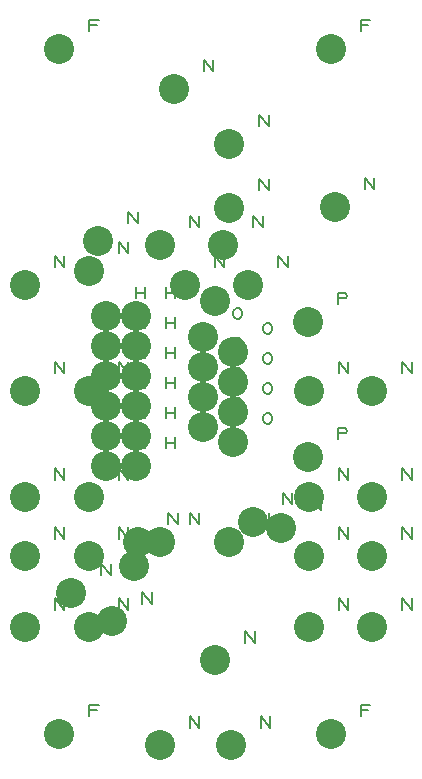
<source format=gbr>
G04 DesignSpark PCB PRO Gerber Version 10.0 Build 5299*
G04 #@! TF.Part,Single*
G04 #@! TF.FileFunction,Drillmap*
G04 #@! TF.FilePolarity,Positive*
%FSLAX36Y36*%
%MOIN*%
%ADD17C,0.00500*%
G04 #@! TA.AperFunction,ViaPad*
%ADD16C,0.10000*%
G04 #@! TD.AperFunction*
X0Y0D02*
D02*
D16*
X165354Y594488D03*
Y830709D03*
Y1027559D03*
Y1381890D03*
Y1736220D03*
X279528Y240157D03*
Y2523622D03*
X318898Y708661D03*
X377953Y594488D03*
Y830709D03*
Y1027559D03*
Y1381890D03*
Y1783465D03*
X409449Y1881890D03*
X435433Y1131890D03*
Y1231890D03*
Y1331890D03*
Y1431890D03*
Y1531890D03*
Y1631890D03*
X456693Y614173D03*
X527559Y799213D03*
X535433Y1131890D03*
Y1231890D03*
Y1331890D03*
Y1431890D03*
Y1531890D03*
Y1631890D03*
X543307Y877953D03*
X614173Y200787D03*
Y877953D03*
Y1870079D03*
X661417Y2389764D03*
X696850Y1736220D03*
X758268Y1262598D03*
Y1362598D03*
Y1462598D03*
Y1562598D03*
X799213Y484252D03*
Y1681102D03*
X826772Y1870079D03*
X846457Y877953D03*
Y1992126D03*
Y2204724D03*
X850394Y200787D03*
X858268Y1212598D03*
Y1312598D03*
Y1412598D03*
Y1512598D03*
X909449Y1736220D03*
X925197Y944882D03*
X1019685Y925197D03*
X1108268Y1162559D03*
Y1612638D03*
X1110236Y594488D03*
Y830709D03*
Y1027559D03*
Y1381890D03*
X1185039Y240157D03*
Y2523622D03*
X1196850Y1996063D03*
X1322835Y594488D03*
Y830709D03*
Y1027559D03*
Y1381890D03*
D02*
D17*
X265354Y653862D02*
Y691362D01*
X296606Y653862D01*
Y691362D01*
X265354Y890083D02*
Y927583D01*
X296606Y890083D01*
Y927583D01*
X265354Y1086933D02*
Y1124433D01*
X296606Y1086933D01*
Y1124433D01*
X265354Y1441264D02*
Y1478764D01*
X296606Y1441264D01*
Y1478764D01*
X265354Y1795594D02*
Y1833094D01*
X296606Y1795594D01*
Y1833094D01*
X379528Y299531D02*
Y337031D01*
X410780D01*
X404528Y318283D02*
X379528D01*
Y2582996D02*
Y2620496D01*
X410780D01*
X404528Y2601748D02*
X379528D01*
X418898Y768035D02*
Y805535D01*
X450150Y768035D01*
Y805535D01*
X477953Y653862D02*
Y691362D01*
X509205Y653862D01*
Y691362D01*
X477953Y890083D02*
Y927583D01*
X509205Y890083D01*
Y927583D01*
X477953Y1086933D02*
Y1124433D01*
X509205Y1086933D01*
Y1124433D01*
X477953Y1441264D02*
Y1478764D01*
X509205Y1441264D01*
Y1478764D01*
X477953Y1842839D02*
Y1880339D01*
X509205Y1842839D01*
Y1880339D01*
X509449Y1941264D02*
Y1978764D01*
X540701Y1941264D01*
Y1978764D01*
X535433Y1191264D02*
Y1228764D01*
Y1210016D02*
X566685D01*
Y1191264D02*
Y1228764D01*
X535433Y1291264D02*
Y1328764D01*
Y1310016D02*
X566685D01*
Y1291264D02*
Y1328764D01*
X535433Y1391264D02*
Y1428764D01*
Y1410016D02*
X566685D01*
Y1391264D02*
Y1428764D01*
X535433Y1491264D02*
Y1528764D01*
Y1510016D02*
X566685D01*
Y1491264D02*
Y1528764D01*
X535433Y1591264D02*
Y1628764D01*
Y1610016D02*
X566685D01*
Y1591264D02*
Y1628764D01*
X535433Y1691264D02*
Y1728764D01*
Y1710016D02*
X566685D01*
Y1691264D02*
Y1728764D01*
X556693Y673547D02*
Y711047D01*
X587945Y673547D01*
Y711047D01*
X627559Y858587D02*
Y896087D01*
X658811Y858587D01*
Y896087D01*
X635433Y1191264D02*
Y1228764D01*
Y1210016D02*
X666685D01*
Y1191264D02*
Y1228764D01*
X635433Y1291264D02*
Y1328764D01*
Y1310016D02*
X666685D01*
Y1291264D02*
Y1328764D01*
X635433Y1391264D02*
Y1428764D01*
Y1410016D02*
X666685D01*
Y1391264D02*
Y1428764D01*
X635433Y1491264D02*
Y1528764D01*
Y1510016D02*
X666685D01*
Y1491264D02*
Y1528764D01*
X635433Y1591264D02*
Y1628764D01*
Y1610016D02*
X666685D01*
Y1591264D02*
Y1628764D01*
X635433Y1691264D02*
Y1728764D01*
Y1710016D02*
X666685D01*
Y1691264D02*
Y1728764D01*
X643307Y937327D02*
Y974827D01*
X674559Y937327D01*
Y974827D01*
X714173Y260161D02*
Y297661D01*
X745425Y260161D01*
Y297661D01*
X714173Y937327D02*
Y974827D01*
X745425Y937327D01*
Y974827D01*
X714173Y1929453D02*
Y1966953D01*
X745425Y1929453D01*
Y1966953D01*
X761417Y2449138D02*
Y2486638D01*
X792669Y2449138D01*
Y2486638D01*
X796850Y1795594D02*
Y1833094D01*
X828102Y1795594D01*
Y1833094D01*
X858268Y1334472D02*
Y1346972D01*
X861394Y1353224D01*
X864520Y1356350D01*
X870768Y1359472D01*
X877020D01*
X883268Y1356350D01*
X886394Y1353224D01*
X889520Y1346972D01*
Y1334472D01*
X886394Y1328224D01*
X883268Y1325098D01*
X877020Y1321972D01*
X870768D01*
X864520Y1325098D01*
X861394Y1328224D01*
X858268Y1334472D01*
Y1434472D02*
Y1446972D01*
X861394Y1453224D01*
X864520Y1456350D01*
X870768Y1459472D01*
X877020D01*
X883268Y1456350D01*
X886394Y1453224D01*
X889520Y1446972D01*
Y1434472D01*
X886394Y1428224D01*
X883268Y1425098D01*
X877020Y1421972D01*
X870768D01*
X864520Y1425098D01*
X861394Y1428224D01*
X858268Y1434472D01*
Y1534472D02*
Y1546972D01*
X861394Y1553224D01*
X864520Y1556350D01*
X870768Y1559472D01*
X877020D01*
X883268Y1556350D01*
X886394Y1553224D01*
X889520Y1546972D01*
Y1534472D01*
X886394Y1528224D01*
X883268Y1525098D01*
X877020Y1521972D01*
X870768D01*
X864520Y1525098D01*
X861394Y1528224D01*
X858268Y1534472D01*
Y1634472D02*
Y1646972D01*
X861394Y1653224D01*
X864520Y1656350D01*
X870768Y1659472D01*
X877020D01*
X883268Y1656350D01*
X886394Y1653224D01*
X889520Y1646972D01*
Y1634472D01*
X886394Y1628224D01*
X883268Y1625098D01*
X877020Y1621972D01*
X870768D01*
X864520Y1625098D01*
X861394Y1628224D01*
X858268Y1634472D01*
X899213Y543626D02*
Y581126D01*
X930465Y543626D01*
Y581126D01*
X899213Y1740476D02*
Y1777976D01*
X930465Y1740476D01*
Y1777976D01*
X926772Y1929453D02*
Y1966953D01*
X958024Y1929453D01*
Y1966953D01*
X946457Y937327D02*
Y974827D01*
X977709Y937327D01*
Y974827D01*
X946457Y2051500D02*
Y2089000D01*
X977709Y2051500D01*
Y2089000D01*
X946457Y2264098D02*
Y2301598D01*
X977709Y2264098D01*
Y2301598D01*
X950394Y260161D02*
Y297661D01*
X981646Y260161D01*
Y297661D01*
X958268Y1284472D02*
Y1296972D01*
X961394Y1303224D01*
X964520Y1306350D01*
X970768Y1309472D01*
X977020D01*
X983268Y1306350D01*
X986394Y1303224D01*
X989520Y1296972D01*
Y1284472D01*
X986394Y1278224D01*
X983268Y1275098D01*
X977020Y1271972D01*
X970768D01*
X964520Y1275098D01*
X961394Y1278224D01*
X958268Y1284472D01*
Y1384472D02*
Y1396972D01*
X961394Y1403224D01*
X964520Y1406350D01*
X970768Y1409472D01*
X977020D01*
X983268Y1406350D01*
X986394Y1403224D01*
X989520Y1396972D01*
Y1384472D01*
X986394Y1378224D01*
X983268Y1375098D01*
X977020Y1371972D01*
X970768D01*
X964520Y1375098D01*
X961394Y1378224D01*
X958268Y1384472D01*
Y1484472D02*
Y1496972D01*
X961394Y1503224D01*
X964520Y1506350D01*
X970768Y1509472D01*
X977020D01*
X983268Y1506350D01*
X986394Y1503224D01*
X989520Y1496972D01*
Y1484472D01*
X986394Y1478224D01*
X983268Y1475098D01*
X977020Y1471972D01*
X970768D01*
X964520Y1475098D01*
X961394Y1478224D01*
X958268Y1484472D01*
Y1584472D02*
Y1596972D01*
X961394Y1603224D01*
X964520Y1606350D01*
X970768Y1609472D01*
X977020D01*
X983268Y1606350D01*
X986394Y1603224D01*
X989520Y1596972D01*
Y1584472D01*
X986394Y1578224D01*
X983268Y1575098D01*
X977020Y1571972D01*
X970768D01*
X964520Y1575098D01*
X961394Y1578224D01*
X958268Y1584472D01*
X1009449Y1795594D02*
Y1833094D01*
X1040701Y1795594D01*
Y1833094D01*
X1025197Y1004256D02*
Y1041756D01*
X1056449Y1004256D01*
Y1041756D01*
X1119685Y984571D02*
Y1022071D01*
X1150937Y984571D01*
Y1022071D01*
X1208268Y1221933D02*
Y1259433D01*
X1230142D01*
X1236394Y1256311D01*
X1239520Y1250059D01*
X1236394Y1243811D01*
X1230142Y1240685D01*
X1208268D01*
Y1672012D02*
Y1709512D01*
X1230142D01*
X1236394Y1706390D01*
X1239520Y1700138D01*
X1236394Y1693890D01*
X1230142Y1690764D01*
X1208268D01*
X1210236Y653862D02*
Y691362D01*
X1241488Y653862D01*
Y691362D01*
X1210236Y890083D02*
Y927583D01*
X1241488Y890083D01*
Y927583D01*
X1210236Y1086933D02*
Y1124433D01*
X1241488Y1086933D01*
Y1124433D01*
X1210236Y1441264D02*
Y1478764D01*
X1241488Y1441264D01*
Y1478764D01*
X1285039Y299531D02*
Y337031D01*
X1316291D01*
X1310039Y318283D02*
X1285039D01*
Y2582996D02*
Y2620496D01*
X1316291D01*
X1310039Y2601748D02*
X1285039D01*
X1296850Y2055437D02*
Y2092937D01*
X1328102Y2055437D01*
Y2092937D01*
X1422835Y653862D02*
Y691362D01*
X1454087Y653862D01*
Y691362D01*
X1422835Y890083D02*
Y927583D01*
X1454087Y890083D01*
Y927583D01*
X1422835Y1086933D02*
Y1124433D01*
X1454087Y1086933D01*
Y1124433D01*
X1422835Y1441264D02*
Y1478764D01*
X1454087Y1441264D01*
Y1478764D01*
X0Y0D02*
M02*

</source>
